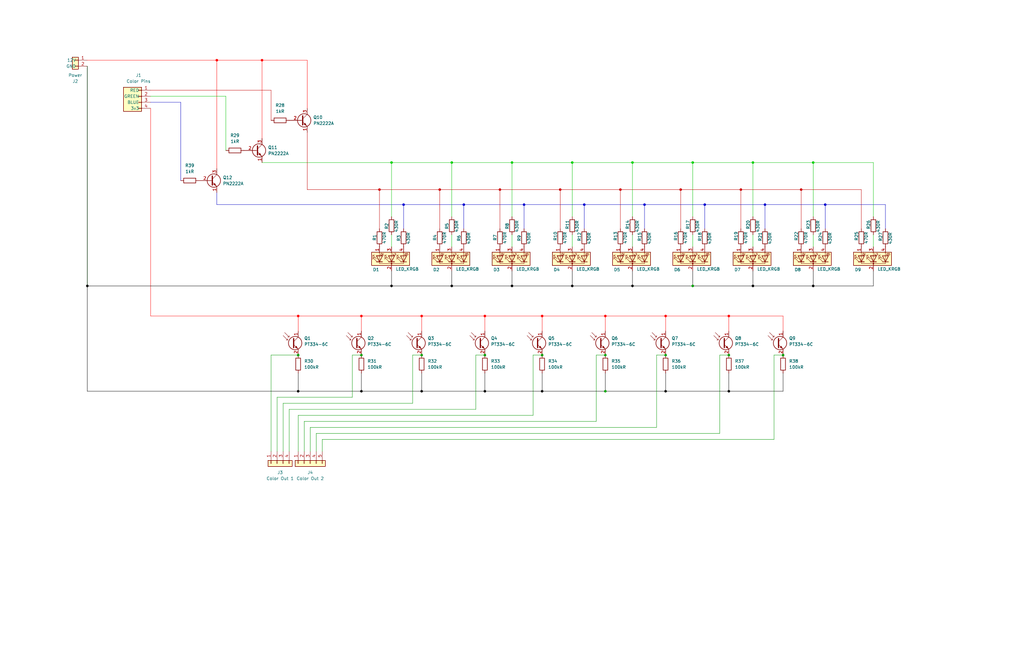
<source format=kicad_sch>
(kicad_sch (version 20231120) (generator "eeschema") (generator_version "8.0")
  (paper "B")
  (title_block (title "Rubik's Cube Color Sensor") (date "2024-03-12") (rev "A") (company "Designed by Charlie Lambert") (comment 1 "Color sensor board for Rubik's Cube Solving Machine"))
  (lib_symbols
    (symbol "Conn_01x04_1" (pin_names (offset 1.016))
      (property "Reference" "J1" (at 0 8.89 0))
      (property "Value" "Color Pins" (at 0 6.35 0))
      (symbol "Conn_01x04_1_1_1"
        (rectangle (start -1.27 -4.953) (end 0 -5.207) (stroke (width 0.1524)))
        (rectangle (start -1.27 -2.413) (end 0 -2.667) (stroke (width 0.1524)))
        (rectangle (start -1.27 0.127) (end 0 -0.127) (stroke (width 0.1524)))
        (rectangle (start -1.27 2.667) (end 0 2.413) (stroke (width 0.1524)))
        (rectangle (start -1.27 3.81) (end 6.35 -6.35) (stroke (width 0.254)) (fill (type background)))
        (pin passive line (at -5.08 2.54 0) (length 3.81) (name "RED") (number "1"))
        (pin passive line (at -5.08 0 0) (length 3.81) (name "GREEN") (number "2"))
        (pin passive line (at -5.08 -2.54 0) (length 3.81) (name "BLUE") (number "3"))
        (pin passive line (at -5.08 -5.08 0) (length 3.81) (name "3v3") (number "4"))
      )
    )
    (symbol "Connector_Generic:Conn_01x02" (pin_names (offset 1.016))
      (property "Reference" "J2" (at 0 -8.89 0))
      (property "Value" "Power" (at 0 -6.35 0))
      (symbol "Conn_01x02_1_1"
        (rectangle (start -1.27 -2.413) (end 0 -2.667) (stroke (width 0.1524)))
        (rectangle (start -1.27 0.127) (end 0 -0.127) (stroke (width 0.1524)))
        (rectangle (start -1.27 1.27) (end 1.27 -3.81) (stroke (width 0.254)) (fill (type background)))
        (pin passive line (at -5.08 0 0) (length 3.81) (name "12V") (number "1"))
        (pin passive line (at -5.08 -2.54 0) (length 3.81) (name "GND") (number "2"))
      )
    )
    (symbol "Connector_Generic:Conn_01x04" (pin_names (offset 1.016) hide)
      (property "Reference" "J" (at 0 5.08 0))
      (property "Value" "Conn_01x04" (at 0 -7.62 0))
      (symbol "Conn_01x04_1_1"
        (rectangle (start -1.27 -4.953) (end 0 -5.207) (stroke (width 0.1524)))
        (rectangle (start -1.27 -2.413) (end 0 -2.667) (stroke (width 0.1524)))
        (rectangle (start -1.27 0.127) (end 0 -0.127) (stroke (width 0.1524)))
        (rectangle (start -1.27 2.667) (end 0 2.413) (stroke (width 0.1524)))
        (rectangle (start -1.27 3.81) (end 1.27 -6.35) (stroke (width 0.254)) (fill (type background)))
        (pin passive line (at -5.08 2.54 0) (length 3.81) (name "Pin_1") (number "1"))
        (pin passive line (at -5.08 0 0) (length 3.81) (name "Pin_2") (number "2"))
        (pin passive line (at -5.08 -2.54 0) (length 3.81) (name "Pin_3") (number "3"))
        (pin passive line (at -5.08 -5.08 0) (length 3.81) (name "Pin_4") (number "4"))
      )
    )
    (symbol "Connector_Generic:Conn_01x05" (pin_names (offset 1.016) hide)
      (property "Reference" "J" (at 0 7.62 0))
      (property "Value" "Conn_01x05" (at 0 -7.62 0))
      (symbol "Conn_01x05_1_1"
        (rectangle (start -1.27 -4.953) (end 0 -5.207) (stroke (width 0.1524)))
        (rectangle (start -1.27 -2.413) (end 0 -2.667) (stroke (width 0.1524)))
        (rectangle (start -1.27 0.127) (end 0 -0.127) (stroke (width 0.1524)))
        (rectangle (start -1.27 2.667) (end 0 2.413) (stroke (width 0.1524)))
        (rectangle (start -1.27 5.207) (end 0 4.953) (stroke (width 0.1524)))
        (rectangle (start -1.27 6.35) (end 1.27 -6.35) (stroke (width 0.254)) (fill (type background)))
        (pin passive line (at -5.08 5.08 0) (length 3.81) (name "Pin_1") (number "1"))
        (pin passive line (at -5.08 2.54 0) (length 3.81) (name "Pin_2") (number "2"))
        (pin passive line (at -5.08 0 0) (length 3.81) (name "Pin_3") (number "3"))
        (pin passive line (at -5.08 -2.54 0) (length 3.81) (name "Pin_4") (number "4"))
        (pin passive line (at -5.08 -5.08 0) (length 3.81) (name "Pin_5") (number "5"))
      )
    )
    (symbol "Device:LED_KRGB" (pin_names (offset 0) hide)
      (property "Reference" "D1" (at -4.572 7.874 90))
      (property "Value" "LED_KRGB" (at -4.318 -1.778 90))
      (symbol "LED_KRGB_0_0"
        (text "B" (at 1.905 -6.35 0) (effects (font (size 1.27 1.27))))
        (text "G" (at 1.905 -1.27 0) (effects (font (size 1.27 1.27))))
        (text "R" (at 1.905 3.81 0) (effects (font (size 1.27 1.27))))
      )
      (symbol "LED_KRGB_0_1"
        (circle (center -2.032 0) (radius 0.254) (fill (type outline)))
        (polyline (pts (xy -1.27 -5.08) (xy 1.27 -5.08)))
        (polyline (pts (xy -1.27 -3.81) (xy -1.27 -6.35)) (stroke (width 0.254)))
        (polyline (pts (xy -1.27 0) (xy -2.54 0)))
        (polyline (pts (xy -1.27 1.27) (xy -1.27 -1.27)) (stroke (width 0.254)))
        (polyline (pts (xy -1.27 5.08) (xy 1.27 5.08)))
        (polyline (pts (xy -1.27 6.35) (xy -1.27 3.81)) (stroke (width 0.254)))
        (polyline (pts (xy 1.27 -5.08) (xy 2.54 -5.08)))
        (polyline (pts (xy 1.27 0) (xy -1.27 0)))
        (polyline (pts (xy 1.27 0) (xy 2.54 0)))
        (polyline (pts (xy 1.27 5.08) (xy 2.54 5.08)))
        (polyline (pts (xy -1.27 1.27) (xy -1.27 -1.27) (xy -1.27 -1.27)))
        (polyline (pts (xy -1.27 6.35) (xy -1.27 3.81) (xy -1.27 3.81)))
        (polyline (pts (xy -1.27 5.08) (xy -2.032 5.08) (xy -2.032 -5.08) (xy -1.016 -5.08)))
        (polyline (pts (xy 1.27 -3.81) (xy 1.27 -6.35) (xy -1.27 -5.08) (xy 1.27 -3.81)) (stroke (width 0.254)))
        (polyline (pts (xy 1.27 1.27) (xy 1.27 -1.27) (xy -1.27 0) (xy 1.27 1.27)) (stroke (width 0.254)))
        (polyline (pts (xy 1.27 6.35) (xy 1.27 3.81) (xy -1.27 5.08) (xy 1.27 6.35)) (stroke (width 0.254)))
        (polyline (pts (xy -1.016 -3.81) (xy 0.508 -2.286) (xy -0.254 -2.286) (xy 0.508 -2.286) (xy 0.508 -3.048)))
        (polyline (pts (xy -1.016 1.27) (xy 0.508 2.794) (xy -0.254 2.794) (xy 0.508 2.794) (xy 0.508 2.032)))
        (polyline (pts (xy -1.016 6.35) (xy 0.508 7.874) (xy -0.254 7.874) (xy 0.508 7.874) (xy 0.508 7.112)))
        (polyline (pts (xy 0 -3.81) (xy 1.524 -2.286) (xy 0.762 -2.286) (xy 1.524 -2.286) (xy 1.524 -3.048)))
        (polyline (pts (xy 0 1.27) (xy 1.524 2.794) (xy 0.762 2.794) (xy 1.524 2.794) (xy 1.524 2.032)))
        (polyline (pts (xy 0 6.35) (xy 1.524 7.874) (xy 0.762 7.874) (xy 1.524 7.874) (xy 1.524 7.112)))
        (rectangle (start 1.27 -1.27) (end 1.27 1.27))
        (rectangle (start 1.27 1.27) (end 1.27 1.27))
        (rectangle (start 1.27 3.81) (end 1.27 6.35))
        (rectangle (start 1.27 6.35) (end 1.27 6.35))
        (rectangle (start 2.794 8.382) (end -2.794 -7.62) (stroke (width 0.254)) (fill (type background)))
      )
      (symbol "LED_KRGB_1_1"
        (pin passive line (at 5.08 5.08 180) (length 2.54) (name "RA") (number "1"))
        (pin passive line (at -5.08 0 0) (length 2.54) (name "K") (number "2"))
        (pin passive line (at 5.08 0 180) (length 2.54) (name "GA") (number "3"))
        (pin passive line (at 5.08 -5.08 180) (length 2.54) (name "BA") (number "4"))
      )
    )
    (symbol "Device:R" (pin_numbers hide) (pin_names (offset 0))
      (property "Reference" "R" (at 2.032 0 90))
      (property "Value" "R" (at 0 0 90))
      (symbol "R_0_1"
        (rectangle (start -1.016 -2.54) (end 1.016 2.54) (stroke (width 0.254)))
      )
      (symbol "R_1_1"
        (pin passive line (at 0 3.81 270) (length 1.27) (name "~") (number "1"))
        (pin passive line (at 0 -3.81 90) (length 1.27) (name "~") (number "2"))
      )
    )
    (symbol "Sensor_Optical:SFH300" (pin_names (offset 0) hide)
      (property "Reference" "Q" (at 5.08 1.27 0))
      (property "Value" "SFH300" (at 5.08 -1.27 0))
      (symbol "SFH300_0_1"
        (polyline (pts (xy -1.905 1.27) (xy -2.54 1.27)))
        (polyline (pts (xy -1.27 2.54) (xy -1.905 2.54)))
        (polyline (pts (xy 0.635 0.635) (xy 2.54 2.54)))
        (polyline (pts (xy -3.81 3.175) (xy -1.905 1.27) (xy -1.905 1.905)))
        (polyline (pts (xy -3.175 4.445) (xy -1.27 2.54) (xy -1.27 3.175)))
        (polyline (pts (xy 0.635 -0.635) (xy 2.54 -2.54) (xy 2.54 -2.54)))
        (polyline (pts (xy 0.635 1.905) (xy 0.635 -1.905) (xy 0.635 -1.905)) (stroke (width 0.508)))
        (polyline (pts (xy 1.27 -1.778) (xy 1.778 -1.27) (xy 2.286 -2.286) (xy 1.27 -1.778) (xy 1.27 -1.778)) (fill (type outline)))
        (circle (center 1.27 0) (radius 2.8194) (stroke (width 0.254)))
      )
      (symbol "SFH300_1_1"
        (pin passive line (at 2.54 5.08 270) (length 2.54) (name "C") (number "1"))
        (pin passive line (at 2.54 -5.08 90) (length 2.54) (name "E") (number "2"))
      )
    )
    (symbol "Transistor_BJT:PN2222A" (pin_names (offset 0) hide)
      (property "Reference" "Q" (at 5.08 1.905 0))
      (property "Value" "PN2222A" (at 5.08 0 0))
      (symbol "PN2222A_0_1"
        (polyline (pts (xy 0 0) (xy 0.635 0)))
        (polyline (pts (xy 2.54 -2.54) (xy 0.635 -0.635)))
        (polyline (pts (xy 2.54 2.54) (xy 0.635 0.635)))
        (polyline (pts (xy 0.635 1.905) (xy 0.635 -1.905) (xy 0.635 -1.905)) (stroke (width 0.508)))
        (polyline (pts (xy 2.413 -2.413) (xy 1.905 -1.905) (xy 1.905 -1.905)))
        (polyline (pts (xy 1.143 -1.651) (xy 1.651 -1.143) (xy 2.159 -2.159) (xy 1.143 -1.651) (xy 1.143 -1.651)) (fill (type outline)))
        (circle (center 1.27 0) (radius 2.8194) (stroke (width 0.254)))
      )
      (symbol "PN2222A_1_1"
        (pin passive line (at 2.54 -5.08 90) (length 2.54) (name "E") (number "1"))
        (pin input line (at -5.08 0 0) (length 5.08) (name "B") (number "2"))
        (pin passive line (at 2.54 5.08 270) (length 2.54) (name "C") (number "3"))
      )
    )
  )
  (junction (at 204.47 165.1) (color 0 0 0 1))
  (junction (at 190.5 68.58) (color 0 194 0 1))
  (junction (at 337.82 80.01) (color 194 0 0 1))
  (junction (at 170.18 86.36) (color 0 0 194 1))
  (junction (at 215.9 68.58) (color 0 194 0 1))
  (junction (at 190.5 120.65) (color 0 0 0 1))
  (junction (at 307.34 133.35) (color 255 0 0 1))
  (junction (at 210.82 80.01) (color 194 0 0 1))
  (junction (at 177.8 149.86))
  (junction (at 342.9 120.65) (color 0 0 0 1))
  (junction (at 307.34 149.86))
  (junction (at 185.42 80.01) (color 194 0 0 1))
  (junction (at 236.22 80.01) (color 194 0 0 1))
  (junction (at 195.58 86.36) (color 0 0 194 1))
  (junction (at 261.62 80.01) (color 194 0 0 1))
  (junction (at 152.4 165.1) (color 0 0 0 1))
  (junction (at 220.98 86.36) (color 0 0 194 1))
  (junction (at 271.78 86.36) (color 0 0 194 1))
  (junction (at 287.02 80.01) (color 194 0 0 1))
  (junction (at 91.44 25.4) (color 255 0 0 1))
  (junction (at 347.98 86.36) (color 0 0 194 1))
  (junction (at 342.9 68.58) (color 0 194 0 1))
  (junction (at 246.38 86.36) (color 0 0 194 1))
  (junction (at 255.27 149.86))
  (junction (at 307.34 165.1) (color 0 0 0 1))
  (junction (at 280.67 133.35) (color 255 0 0 1))
  (junction (at 152.4 149.86))
  (junction (at 312.42 80.01) (color 194 0 0 1))
  (junction (at 292.1 68.58) (color 0 194 0 1))
  (junction (at 177.8 133.35) (color 255 0 0 1))
  (junction (at 165.1 68.58) (color 0 194 0 1))
  (junction (at 266.7 120.65) (color 0 0 0 1))
  (junction (at 317.5 120.65) (color 0 0 0 1))
  (junction (at 228.6 165.1) (color 0 0 0 1))
  (junction (at 255.27 165.1))
  (junction (at 322.58 86.36) (color 0 0 194 1))
  (junction (at 152.4 133.35) (color 255 0 0 1))
  (junction (at 36.83 120.65) (color 0 0 0 1))
  (junction (at 110.49 25.4) (color 255 0 0 1))
  (junction (at 317.5 68.58) (color 0 194 0 1))
  (junction (at 241.3 68.58) (color 0 194 0 1))
  (junction (at 292.1 120.65))
  (junction (at 266.7 68.58) (color 0 194 0 1))
  (junction (at 297.18 86.36) (color 0 0 194 1))
  (junction (at 204.47 133.35) (color 255 0 0 1))
  (junction (at 241.3 120.65) (color 0 0 0 1))
  (junction (at 160.02 80.01) (color 194 0 0 1))
  (junction (at 165.1 120.65) (color 0 0 0 1))
  (junction (at 177.8 165.1) (color 0 0 0 1))
  (junction (at 228.6 133.35) (color 255 0 0 1))
  (junction (at 228.6 149.86))
  (junction (at 280.67 165.1) (color 0 0 0 1))
  (junction (at 125.73 149.86))
  (junction (at 125.73 165.1) (color 0 0 0 1))
  (junction (at 125.73 133.35) (color 255 0 0 1))
  (junction (at 330.2 149.86))
  (junction (at 280.67 149.86))
  (junction (at 215.9 120.65) (color 0 0 0 1))
  (junction (at 204.47 149.86))
  (junction (at 255.27 133.35) (color 255 0 0 1))
  (wire (pts (xy 128.27 177.8) (xy 128.27 190.5)))
  (wire (pts (xy 224.79 149.86) (xy 224.79 175.26)))
  (wire (pts (xy 322.58 86.36) (xy 347.98 86.36)) (stroke (width 0) (color 0 0 194 1)))
  (wire (pts (xy 200.66 149.86) (xy 200.66 172.72)))
  (wire (pts (xy 330.2 133.35) (xy 330.2 139.7)) (stroke (width 0) (color 255 0 0 1)))
  (wire (pts (xy 246.38 86.36) (xy 271.78 86.36)) (stroke (width 0) (color 0 0 194 1)))
  (wire (pts (xy 165.1 68.58) (xy 190.5 68.58)) (stroke (width 0) (color 0 194 0 1)))
  (wire (pts (xy 110.49 68.58) (xy 165.1 68.58)) (stroke (width 0) (color 0 194 0 1)))
  (wire (pts (xy 160.02 96.52) (xy 160.02 80.01)) (stroke (width 0) (color 194 0 0 1)))
  (wire (pts (xy 215.9 120.65) (xy 241.3 120.65)) (stroke (width 0) (color 0 0 0 1)))
  (wire (pts (xy 251.46 149.86) (xy 251.46 177.8)))
  (wire (pts (xy 129.54 55.88) (xy 129.54 80.01)) (stroke (width 0) (color 194 0 0 1)))
  (wire (pts (xy 36.83 25.4) (xy 91.44 25.4)) (stroke (width 0) (color 255 0 0 1)))
  (wire (pts (xy 317.5 68.58) (xy 342.9 68.58)) (stroke (width 0) (color 0 194 0 1)))
  (wire (pts (xy 347.98 86.36) (xy 373.38 86.36)) (stroke (width 0) (color 0 0 194 1)))
  (wire (pts (xy 307.34 165.1) (xy 280.67 165.1)) (stroke (width 0) (color 0 0 0 1)))
  (wire (pts (xy 368.3 99.06) (xy 368.3 104.14)) (stroke (width 0) (color 0 194 0 1)))
  (wire (pts (xy 326.39 185.42) (xy 135.89 185.42)))
  (wire (pts (xy 241.3 91.44) (xy 241.3 68.58)) (stroke (width 0) (color 0 194 0 1)))
  (wire (pts (xy 110.49 25.4) (xy 129.54 25.4)) (stroke (width 0) (color 255 0 0 1)))
  (wire (pts (xy 228.6 165.1) (xy 204.47 165.1)) (stroke (width 0) (color 0 0 0 1)))
  (wire (pts (xy 307.34 157.48) (xy 307.34 165.1)) (stroke (width 0) (color 0 0 0 1)))
  (wire (pts (xy 228.6 149.86) (xy 224.79 149.86)))
  (wire (pts (xy 276.86 180.34) (xy 276.86 149.86)))
  (wire (pts (xy 148.59 167.64) (xy 116.84 167.64)))
  (wire (pts (xy 215.9 120.65) (xy 215.9 114.3)) (stroke (width 0) (color 0 0 0 1)))
  (wire (pts (xy 280.67 133.35) (xy 307.34 133.35)) (stroke (width 0) (color 255 0 0 1)))
  (wire (pts (xy 292.1 68.58) (xy 317.5 68.58)) (stroke (width 0) (color 0 194 0 1)))
  (wire (pts (xy 368.3 91.44) (xy 368.3 68.58)) (stroke (width 0) (color 0 194 0 1)))
  (wire (pts (xy 292.1 120.65) (xy 317.5 120.65)) (stroke (width 0) (color 0 0 0 1)))
  (wire (pts (xy 271.78 86.36) (xy 271.78 96.52)) (stroke (width 0) (color 0 0 194 1)))
  (wire (pts (xy 129.54 80.01) (xy 160.02 80.01)) (stroke (width 0) (color 194 0 0 1)))
  (wire (pts (xy 347.98 86.36) (xy 347.98 96.52)) (stroke (width 0) (color 0 0 194 1)))
  (wire (pts (xy 204.47 133.35) (xy 228.6 133.35)) (stroke (width 0) (color 255 0 0 1)))
  (wire (pts (xy 125.73 175.26) (xy 125.73 190.5)))
  (wire (pts (xy 261.62 96.52) (xy 261.62 80.01)) (stroke (width 0) (color 194 0 0 1)))
  (wire (pts (xy 152.4 165.1) (xy 125.73 165.1)) (stroke (width 0) (color 0 0 0 1)))
  (wire (pts (xy 110.49 25.4) (xy 110.49 58.42)) (stroke (width 0) (color 255 0 0 1)))
  (wire (pts (xy 63.5 133.35) (xy 125.73 133.35)) (stroke (width 0) (color 255 0 0 1)))
  (wire (pts (xy 255.27 157.48) (xy 255.27 165.1)) (stroke (width 0) (color 0 0 0 1)))
  (wire (pts (xy 63.5 40.64) (xy 95.25 40.64)) (stroke (width 0) (color 0 194 0 1)))
  (wire (pts (xy 266.7 120.65) (xy 292.1 120.65)) (stroke (width 0) (color 0 0 0 1)))
  (wire (pts (xy 36.83 120.65) (xy 36.83 27.94)))
  (wire (pts (xy 373.38 86.36) (xy 373.38 96.52)) (stroke (width 0) (color 0 0 194 1)))
  (wire (pts (xy 63.5 38.1) (xy 114.3 38.1)) (stroke (width 0) (color 194 0 0 1)))
  (wire (pts (xy 280.67 157.48) (xy 280.67 165.1)) (stroke (width 0) (color 0 0 0 1)))
  (wire (pts (xy 130.81 190.5) (xy 130.81 180.34)))
  (wire (pts (xy 129.54 25.4) (xy 129.54 45.72)) (stroke (width 0) (color 255 0 0 1)))
  (wire (pts (xy 297.18 86.36) (xy 297.18 96.52)) (stroke (width 0) (color 0 0 194 1)))
  (wire (pts (xy 125.73 165.1) (xy 36.83 165.1)) (stroke (width 0) (color 0 0 0 1)))
  (wire (pts (xy 125.73 157.48) (xy 125.73 165.1)) (stroke (width 0) (color 0 0 0 1)))
  (wire (pts (xy 241.3 120.65) (xy 266.7 120.65)) (stroke (width 0) (color 0 0 0 1)))
  (wire (pts (xy 266.7 99.06) (xy 266.7 104.14)))
  (wire (pts (xy 307.34 133.35) (xy 330.2 133.35)) (stroke (width 0) (color 255 0 0 1)))
  (wire (pts (xy 292.1 99.06) (xy 292.1 104.14)) (stroke (width 0) (color 0 194 0 1)))
  (wire (pts (xy 95.25 40.64) (xy 95.25 63.5)) (stroke (width 0) (color 0 194 0 1)))
  (wire (pts (xy 36.83 27.94) (xy 36.83 120.65)) (stroke (width 0) (color 0 0 0 1)))
  (wire (pts (xy 224.79 175.26) (xy 125.73 175.26)))
  (wire (pts (xy 228.6 157.48) (xy 228.6 165.1)) (stroke (width 0) (color 0 0 0 1)))
  (wire (pts (xy 91.44 81.28) (xy 91.44 86.36)) (stroke (width 0) (color 0 0 194 1)))
  (wire (pts (xy 177.8 149.86) (xy 173.99 149.86)))
  (wire (pts (xy 177.8 165.1) (xy 152.4 165.1)) (stroke (width 0) (color 0 0 0 1)))
  (wire (pts (xy 135.89 185.42) (xy 135.89 190.5)))
  (wire (pts (xy 337.82 96.52) (xy 337.82 80.01)) (stroke (width 0) (color 194 0 0 1)))
  (wire (pts (xy 255.27 133.35) (xy 280.67 133.35)) (stroke (width 0) (color 255 0 0 1)))
  (wire (pts (xy 152.4 133.35) (xy 152.4 139.7)) (stroke (width 0) (color 255 0 0 1)))
  (wire (pts (xy 190.5 91.44) (xy 190.5 68.58)) (stroke (width 0) (color 0 194 0 1)))
  (wire (pts (xy 204.47 149.86) (xy 200.66 149.86)))
  (wire (pts (xy 317.5 120.65) (xy 317.5 114.3)) (stroke (width 0) (color 0 0 0 1)))
  (wire (pts (xy 255.27 133.35) (xy 255.27 139.7)) (stroke (width 0) (color 255 0 0 1)))
  (wire (pts (xy 133.35 182.88) (xy 303.53 182.88)))
  (wire (pts (xy 119.38 170.18) (xy 119.38 190.5)))
  (wire (pts (xy 190.5 120.65) (xy 215.9 120.65)) (stroke (width 0) (color 0 0 0 1)))
  (wire (pts (xy 170.18 86.36) (xy 195.58 86.36)) (stroke (width 0) (color 0 0 194 1)))
  (wire (pts (xy 215.9 99.06) (xy 215.9 104.14)) (stroke (width 0) (color 0 194 0 1)))
  (wire (pts (xy 287.02 96.52) (xy 287.02 80.01)) (stroke (width 0) (color 194 0 0 1)))
  (wire (pts (xy 63.5 43.18) (xy 76.2 43.18)) (stroke (width 0) (color 0 0 194 1)))
  (wire (pts (xy 220.98 86.36) (xy 220.98 96.52)) (stroke (width 0) (color 0 0 194 1)))
  (wire (pts (xy 266.7 91.44) (xy 266.7 68.58)) (stroke (width 0) (color 0 194 0 1)))
  (wire (pts (xy 342.9 120.65) (xy 368.3 120.65)) (stroke (width 0) (color 0 0 0 1)))
  (wire (pts (xy 160.02 80.01) (xy 185.42 80.01)) (stroke (width 0) (color 194 0 0 1)))
  (wire (pts (xy 125.73 133.35) (xy 152.4 133.35)) (stroke (width 0) (color 255 0 0 1)))
  (wire (pts (xy 165.1 120.65) (xy 190.5 120.65)) (stroke (width 0) (color 0 0 0 1)))
  (wire (pts (xy 173.99 170.18) (xy 119.38 170.18)))
  (wire (pts (xy 297.18 86.36) (xy 322.58 86.36)) (stroke (width 0) (color 0 0 194 1)))
  (wire (pts (xy 121.92 172.72) (xy 121.92 190.5)))
  (wire (pts (xy 241.3 120.65) (xy 241.3 114.3)) (stroke (width 0) (color 0 0 0 1)))
  (wire (pts (xy 173.99 149.86) (xy 173.99 170.18)))
  (wire (pts (xy 330.2 165.1) (xy 307.34 165.1)) (stroke (width 0) (color 0 0 0 1)))
  (wire (pts (xy 251.46 177.8) (xy 128.27 177.8)))
  (wire (pts (xy 307.34 149.86) (xy 303.53 149.86)))
  (wire (pts (xy 276.86 149.86) (xy 280.67 149.86)))
  (wire (pts (xy 114.3 38.1) (xy 114.3 50.8)) (stroke (width 0) (color 194 0 0 1)))
  (wire (pts (xy 342.9 68.58) (xy 368.3 68.58)) (stroke (width 0) (color 0 194 0 1)))
  (wire (pts (xy 152.4 157.48) (xy 152.4 165.1)) (stroke (width 0) (color 0 0 0 1)))
  (wire (pts (xy 292.1 120.65) (xy 292.1 114.3)) (stroke (width 0) (color 0 0 0 1)))
  (wire (pts (xy 116.84 167.64) (xy 116.84 190.5)))
  (wire (pts (xy 220.98 86.36) (xy 246.38 86.36)) (stroke (width 0) (color 0 0 194 1)))
  (wire (pts (xy 287.02 80.01) (xy 312.42 80.01)) (stroke (width 0) (color 194 0 0 1)))
  (wire (pts (xy 91.44 25.4) (xy 110.49 25.4)) (stroke (width 0) (color 255 0 0 1)))
  (wire (pts (xy 210.82 96.52) (xy 210.82 80.01)) (stroke (width 0) (color 194 0 0 1)))
  (wire (pts (xy 36.83 165.1) (xy 36.83 120.65)) (stroke (width 0) (color 0 0 0 1)))
  (wire (pts (xy 337.82 80.01) (xy 363.22 80.01)) (stroke (width 0) (color 194 0 0 1)))
  (wire (pts (xy 261.62 80.01) (xy 287.02 80.01)) (stroke (width 0) (color 194 0 0 1)))
  (wire (pts (xy 271.78 86.36) (xy 297.18 86.36)) (stroke (width 0) (color 0 0 194 1)))
  (wire (pts (xy 280.67 133.35) (xy 280.67 139.7)) (stroke (width 0) (color 255 0 0 1)))
  (wire (pts (xy 63.5 45.72) (xy 63.5 133.35)) (stroke (width 0) (color 255 0 0 1)))
  (wire (pts (xy 215.9 68.58) (xy 241.3 68.58)) (stroke (width 0) (color 0 194 0 1)))
  (wire (pts (xy 228.6 133.35) (xy 228.6 139.7)) (stroke (width 0) (color 255 0 0 1)))
  (wire (pts (xy 148.59 149.86) (xy 148.59 167.64)))
  (wire (pts (xy 152.4 133.35) (xy 177.8 133.35)) (stroke (width 0) (color 255 0 0 1)))
  (wire (pts (xy 236.22 80.01) (xy 261.62 80.01)) (stroke (width 0) (color 194 0 0 1)))
  (wire (pts (xy 317.5 99.06) (xy 317.5 104.14)) (stroke (width 0) (color 0 194 0 1)))
  (wire (pts (xy 292.1 91.44) (xy 292.1 68.58)) (stroke (width 0) (color 0 194 0 1)))
  (wire (pts (xy 317.5 91.44) (xy 317.5 68.58)) (stroke (width 0) (color 0 194 0 1)))
  (wire (pts (xy 215.9 91.44) (xy 215.9 68.58)) (stroke (width 0) (color 0 194 0 1)))
  (wire (pts (xy 342.9 91.44) (xy 342.9 68.58)) (stroke (width 0) (color 0 194 0 1)))
  (wire (pts (xy 204.47 165.1) (xy 177.8 165.1)) (stroke (width 0) (color 0 0 0 1)))
  (wire (pts (xy 330.2 149.86) (xy 326.39 149.86)))
  (wire (pts (xy 307.34 133.35) (xy 307.34 139.7)) (stroke (width 0) (color 255 0 0 1)))
  (wire (pts (xy 165.1 120.65) (xy 165.1 114.3)) (stroke (width 0) (color 0 0 0 1)))
  (wire (pts (xy 152.4 149.86) (xy 148.59 149.86)))
  (wire (pts (xy 312.42 96.52) (xy 312.42 80.01)) (stroke (width 0) (color 194 0 0 1)))
  (wire (pts (xy 330.2 157.48) (xy 330.2 165.1)) (stroke (width 0) (color 0 0 0 1)))
  (wire (pts (xy 177.8 133.35) (xy 204.47 133.35)) (stroke (width 0) (color 255 0 0 1)))
  (wire (pts (xy 255.27 165.1) (xy 228.6 165.1)) (stroke (width 0) (color 0 0 0 1)))
  (wire (pts (xy 195.58 86.36) (xy 220.98 86.36)) (stroke (width 0) (color 0 0 194 1)))
  (wire (pts (xy 317.5 120.65) (xy 342.9 120.65)) (stroke (width 0) (color 0 0 0 1)))
  (wire (pts (xy 125.73 149.86) (xy 114.3 149.86)))
  (wire (pts (xy 266.7 120.65) (xy 266.7 114.3)) (stroke (width 0) (color 0 0 0 1)))
  (wire (pts (xy 177.8 157.48) (xy 177.8 165.1)) (stroke (width 0) (color 0 0 0 1)))
  (wire (pts (xy 114.3 149.86) (xy 114.3 190.5)))
  (wire (pts (xy 177.8 133.35) (xy 177.8 139.7)) (stroke (width 0) (color 255 0 0 1)))
  (wire (pts (xy 241.3 68.58) (xy 266.7 68.58)) (stroke (width 0) (color 0 194 0 1)))
  (wire (pts (xy 190.5 120.65) (xy 190.5 114.3)) (stroke (width 0) (color 0 0 0 1)))
  (wire (pts (xy 228.6 133.35) (xy 255.27 133.35)) (stroke (width 0) (color 255 0 0 1)))
  (wire (pts (xy 190.5 68.58) (xy 215.9 68.58)) (stroke (width 0) (color 0 194 0 1)))
  (wire (pts (xy 125.73 133.35) (xy 125.73 139.7)) (stroke (width 0) (color 255 0 0 1)))
  (wire (pts (xy 170.18 86.36) (xy 170.18 96.52)) (stroke (width 0) (color 0 0 194 1)))
  (wire (pts (xy 185.42 96.52) (xy 185.42 80.01)) (stroke (width 0) (color 194 0 0 1)))
  (wire (pts (xy 326.39 149.86) (xy 326.39 185.42)))
  (wire (pts (xy 165.1 99.06) (xy 165.1 104.14)) (stroke (width 0) (color 0 194 0 1)))
  (wire (pts (xy 204.47 157.48) (xy 204.47 165.1)) (stroke (width 0) (color 0 0 0 1)))
  (wire (pts (xy 185.42 80.01) (xy 210.82 80.01)) (stroke (width 0) (color 194 0 0 1)))
  (wire (pts (xy 91.44 25.4) (xy 91.44 71.12)) (stroke (width 0) (color 255 0 0 1)))
  (wire (pts (xy 236.22 96.52) (xy 236.22 80.01)) (stroke (width 0) (color 194 0 0 1)))
  (wire (pts (xy 91.44 86.36) (xy 170.18 86.36)) (stroke (width 0) (color 0 0 194 1)))
  (wire (pts (xy 312.42 80.01) (xy 337.82 80.01)) (stroke (width 0) (color 194 0 0 1)))
  (wire (pts (xy 246.38 86.36) (xy 246.38 96.52)) (stroke (width 0) (color 0 0 194 1)))
  (wire (pts (xy 241.3 99.06) (xy 241.3 104.14)) (stroke (width 0) (color 0 194 0 1)))
  (wire (pts (xy 255.27 149.86) (xy 251.46 149.86)))
  (wire (pts (xy 266.7 68.58) (xy 292.1 68.58)) (stroke (width 0) (color 0 194 0 1)))
  (wire (pts (xy 200.66 172.72) (xy 121.92 172.72)))
  (wire (pts (xy 190.5 99.06) (xy 190.5 104.14)) (stroke (width 0) (color 0 194 0 1)))
  (wire (pts (xy 36.83 120.65) (xy 165.1 120.65)) (stroke (width 0) (color 0 0 0 1)))
  (wire (pts (xy 133.35 182.88) (xy 133.35 190.5)))
  (wire (pts (xy 165.1 68.58) (xy 165.1 91.44)) (stroke (width 0) (color 0 194 0 1)))
  (wire (pts (xy 130.81 180.34) (xy 276.86 180.34)))
  (wire (pts (xy 195.58 86.36) (xy 195.58 96.52)) (stroke (width 0) (color 0 0 194 1)))
  (wire (pts (xy 280.67 165.1) (xy 255.27 165.1)) (stroke (width 0) (color 0 0 0 1)))
  (wire (pts (xy 342.9 120.65) (xy 342.9 114.3)) (stroke (width 0) (color 0 0 0 1)))
  (wire (pts (xy 76.2 43.18) (xy 76.2 76.2)) (stroke (width 0) (color 0 0 194 1)))
  (wire (pts (xy 322.58 86.36) (xy 322.58 96.52)) (stroke (width 0) (color 0 0 194 1)))
  (wire (pts (xy 204.47 133.35) (xy 204.47 139.7)) (stroke (width 0) (color 255 0 0 1)))
  (wire (pts (xy 303.53 149.86) (xy 303.53 182.88)))
  (wire (pts (xy 210.82 80.01) (xy 236.22 80.01)) (stroke (width 0) (color 194 0 0 1)))
  (wire (pts (xy 342.9 99.06) (xy 342.9 104.14)) (stroke (width 0) (color 0 194 0 1)))
  (wire (pts (xy 368.3 120.65) (xy 368.3 114.3)) (stroke (width 0) (color 0 0 0 1)))
  (wire (pts (xy 363.22 96.52) (xy 363.22 80.01)) (stroke (width 0) (color 194 0 0 1)))
  (symbol (lib_id "Device:R") (at 125.73 153.67 180) (unit 1)
    (property "Reference" "R30" (at 128.27 152.3999 0) (effects (justify right)))
    (property "Value" "100kR" (at 128.27 154.9399 0) (effects (justify right)))
    (property "Footprint" "Resistor_SMD:R_0805_2012Metric" (effects (hide yes)))
    (property "Description" "Resistor" (effects (hide yes)))
  )
  (symbol (lib_id "Device:R") (at 271.78 100.33 0) (unit 1)
    (property "Reference" "R15" (at 269.748 101.854 90) (effects (justify left)))
    (property "Value" "430R" (at 273.812 103.124 90) (effects (justify left)))
    (property "Footprint" "Resistor_SMD:R_0805_2012Metric" (effects (hide yes)))
    (property "Description" "Resistor" (effects (hide yes)))
  )
  (symbol (lib_id "Device:R") (at 118.11 50.8 90) (unit 1)
    (property "Reference" "R28" (at 118.11 44.45 90))
    (property "Value" "1kR" (at 118.11 46.99 90))
    (property "Footprint" "Resistor_SMD:R_0805_2012Metric" (effects (hide yes)))
    (property "Description" "Resistor" (effects (hide yes)))
  )
  (symbol (lib_id "Sensor_Optical:SFH300") (at 123.19 144.78 0) (unit 1)
    (property "Reference" "Q1" (at 128.27 142.7606 0) (effects (justify left)))
    (property "Value" "PT334-6C" (at 128.27 145.3006 0) (effects (justify left)))
    (property "Footprint" "LED_THT:LED_D5.0mm_Clear" (effects (hide yes)))
    (property "Datasheet" "http://www.osram-os.com/Graphics/XPic2/00101785_0.pdf" (effects (hide yes)))
    (property "Description" "silicon NPN phototransistor" (effects (hide yes)))
  )
  (symbol (lib_id "Device:LED_KRGB") (at 266.7 109.22 90) (unit 1)
    (property "Reference" "D5" (at 258.826 113.792 90) (effects (justify right)))
    (property "Value" "LED_KRGB" (at 268.478 113.538 90) (effects (justify right)))
    (property "Footprint" "LED_THT:LED_D5.0mm-RKGB" (effects (hide yes)))
    (property "Description" "RGB LED, cathode/red/green/blue" (effects (hide yes)))
  )
  (symbol (lib_id "Sensor_Optical:SFH300") (at 149.86 144.78 0) (unit 1)
    (property "Reference" "Q2" (at 154.94 142.7606 0) (effects (justify left)))
    (property "Value" "PT334-6C" (at 154.94 145.3006 0) (effects (justify left)))
    (property "Footprint" "LED_THT:LED_D5.0mm_Clear" (effects (hide yes)))
    (property "Datasheet" "http://www.osram-os.com/Graphics/XPic2/00101785_0.pdf" (effects (hide yes)))
    (property "Description" "silicon NPN phototransistor" (effects (hide yes)))
  )
  (symbol (lib_id "Device:R") (at 99.06 63.5 90) (unit 1)
    (property "Reference" "R29" (at 99.06 57.15 90))
    (property "Value" "1kR" (at 99.06 59.69 90))
    (property "Footprint" "Resistor_SMD:R_0805_2012Metric" (effects (hide yes)))
    (property "Description" "Resistor" (effects (hide yes)))
  )
  (symbol (lib_id "Device:R") (at 195.58 100.33 0) (unit 1)
    (property "Reference" "R6" (at 193.548 101.854 90) (effects (justify left)))
    (property "Value" "430R" (at 197.612 103.124 90) (effects (justify left)))
    (property "Footprint" "Resistor_SMD:R_0805_2012Metric" (effects (hide yes)))
    (property "Description" "Resistor" (effects (hide yes)))
  )
  (symbol (lib_id "Device:LED_KRGB") (at 241.3 109.22 90) (unit 1)
    (property "Reference" "D4" (at 233.426 113.792 90) (effects (justify right)))
    (property "Value" "LED_KRGB" (at 243.078 113.538 90) (effects (justify right)))
    (property "Footprint" "LED_THT:LED_D5.0mm-RKGB" (effects (hide yes)))
    (property "Description" "RGB LED, cathode/red/green/blue" (effects (hide yes)))
  )
  (symbol (lib_id "Device:R") (at 220.98 100.33 0) (unit 1)
    (property "Reference" "R9" (at 218.948 101.854 90) (effects (justify left)))
    (property "Value" "430R" (at 223.012 103.124 90) (effects (justify left)))
    (property "Footprint" "Resistor_SMD:R_0805_2012Metric" (effects (hide yes)))
    (property "Description" "Resistor" (effects (hide yes)))
  )
  (symbol (lib_id "Connector_Generic:Conn_01x04") (at 116.84 195.58 90) (mirror x) (unit 1)
    (property "Reference" "J3" (at 118.11 199.39 90))
    (property "Value" "Color Out 1" (at 118.11 201.93 90))
    (property "Footprint" "Connector_JST:JST_XH_B4B-XH-A_1x04_P2.50mm_Vertical" (effects (hide yes)))
    (property "Description" "Generic connector, single row, 01x04, script generated (kicad-library-utils/schlib/autogen/connector/)" (effects (hide yes)))
  )
  (symbol (lib_id "Device:R") (at 210.82 100.33 0) (unit 1)
    (property "Reference" "R7" (at 208.788 101.6 90) (effects (justify left)))
    (property "Value" "470R" (at 212.852 102.87 90) (effects (justify left)))
    (property "Footprint" "Resistor_SMD:R_0805_2012Metric" (effects (hide yes)))
    (property "Description" "Resistor" (effects (hide yes)))
  )
  (symbol (lib_id "Device:R") (at 322.58 100.33 0) (unit 1)
    (property "Reference" "R21" (at 320.548 101.854 90) (effects (justify left)))
    (property "Value" "430R" (at 324.612 103.124 90) (effects (justify left)))
    (property "Footprint" "Resistor_SMD:R_0805_2012Metric" (effects (hide yes)))
    (property "Description" "Resistor" (effects (hide yes)))
  )
  (symbol (lib_id "Device:R") (at 165.1 95.25 0) (unit 1)
    (property "Reference" "R2" (at 163.068 96.774 90) (effects (justify left)))
    (property "Value" "430R" (at 167.132 98.044 90) (effects (justify left)))
    (property "Footprint" "Resistor_SMD:R_0805_2012Metric" (effects (hide yes)))
    (property "Description" "Resistor" (effects (hide yes)))
  )
  (symbol (lib_id "Device:R") (at 373.38 100.33 0) (unit 1)
    (property "Reference" "R27" (at 371.348 101.854 90) (effects (justify left)))
    (property "Value" "430R" (at 375.412 103.124 90) (effects (justify left)))
    (property "Footprint" "Resistor_SMD:R_0805_2012Metric" (effects (hide yes)))
    (property "Description" "Resistor" (effects (hide yes)))
  )
  (symbol (lib_id "Device:R") (at 317.5 95.25 0) (unit 1)
    (property "Reference" "R20" (at 315.468 96.774 90) (effects (justify left)))
    (property "Value" "430R" (at 319.532 98.044 90) (effects (justify left)))
    (property "Footprint" "Resistor_SMD:R_0805_2012Metric" (effects (hide yes)))
    (property "Description" "Resistor" (effects (hide yes)))
  )
  (symbol (lib_id "Device:R") (at 185.42 100.33 0) (unit 1)
    (property "Reference" "R4" (at 183.388 101.6 90) (effects (justify left)))
    (property "Value" "470R" (at 187.452 102.87 90) (effects (justify left)))
    (property "Footprint" "Resistor_SMD:R_0805_2012Metric" (effects (hide yes)))
    (property "Description" "Resistor" (effects (hide yes)))
  )
  (symbol (lib_id "Sensor_Optical:SFH300") (at 252.73 144.78 0) (unit 1)
    (property "Reference" "Q6" (at 257.81 142.7606 0) (effects (justify left)))
    (property "Value" "PT334-6C" (at 257.81 145.3006 0) (effects (justify left)))
    (property "Footprint" "LED_THT:LED_D5.0mm_Clear" (effects (hide yes)))
    (property "Datasheet" "http://www.osram-os.com/Graphics/XPic2/00101785_0.pdf" (effects (hide yes)))
    (property "Description" "silicon NPN phototransistor" (effects (hide yes)))
  )
  (symbol (lib_id "Device:R") (at 177.8 153.67 180) (unit 1)
    (property "Reference" "R32" (at 180.34 152.3999 0) (effects (justify right)))
    (property "Value" "100kR" (at 180.34 154.9399 0) (effects (justify right)))
    (property "Footprint" "Resistor_SMD:R_0805_2012Metric" (effects (hide yes)))
    (property "Description" "Resistor" (effects (hide yes)))
  )
  (symbol (lib_id "Device:R") (at 292.1 95.25 0) (unit 1)
    (property "Reference" "R17" (at 290.068 96.774 90) (effects (justify left)))
    (property "Value" "430R" (at 294.132 98.044 90) (effects (justify left)))
    (property "Footprint" "Resistor_SMD:R_0805_2012Metric" (effects (hide yes)))
    (property "Description" "Resistor" (effects (hide yes)))
  )
  (symbol (lib_id "Device:R") (at 266.7 95.25 0) (unit 1)
    (property "Reference" "R14" (at 264.668 96.774 90) (effects (justify left)))
    (property "Value" "430R" (at 268.732 98.044 90) (effects (justify left)))
    (property "Footprint" "Resistor_SMD:R_0805_2012Metric" (effects (hide yes)))
    (property "Description" "Resistor" (effects (hide yes)))
  )
  (symbol (lib_id "Device:LED_KRGB") (at 368.3 109.22 90) (unit 1)
    (property "Reference" "D9" (at 360.426 113.792 90) (effects (justify right)))
    (property "Value" "LED_KRGB" (at 370.078 113.538 90) (effects (justify right)))
    (property "Footprint" "LED_THT:LED_D5.0mm-RKGB" (effects (hide yes)))
    (property "Description" "RGB LED, cathode/red/green/blue" (effects (hide yes)))
  )
  (symbol (lib_id "Connector_Generic:Conn_01x05") (at 130.81 195.58 90) (mirror x) (unit 1)
    (property "Reference" "J4" (at 130.81 199.39 90))
    (property "Value" "Color Out 2" (at 130.81 201.93 90))
    (property "Footprint" "Connector_JST:JST_XH_B5B-XH-A_1x05_P2.50mm_Vertical" (effects (hide yes)))
    (property "Description" "Generic connector, single row, 01x05, script generated (kicad-library-utils/schlib/autogen/connector/)" (effects (hide yes)))
  )
  (symbol (lib_id "Device:R") (at 160.02 100.33 0) (unit 1)
    (property "Reference" "R1" (at 157.988 101.6 90) (effects (justify left)))
    (property "Value" "470R" (at 162.052 102.87 90) (effects (justify left)))
    (property "Footprint" "Resistor_SMD:R_0805_2012Metric" (effects (hide yes)))
    (property "Description" "Resistor" (effects (hide yes)))
  )
  (symbol (lib_id "Sensor_Optical:SFH300") (at 304.8 144.78 0) (unit 1)
    (property "Reference" "Q8" (at 309.88 142.7606 0) (effects (justify left)))
    (property "Value" "PT334-6C" (at 309.88 145.3006 0) (effects (justify left)))
    (property "Footprint" "LED_THT:LED_D5.0mm_Clear" (effects (hide yes)))
    (property "Datasheet" "http://www.osram-os.com/Graphics/XPic2/00101785_0.pdf" (effects (hide yes)))
    (property "Description" "silicon NPN phototransistor" (effects (hide yes)))
  )
  (symbol (lib_id "Device:R") (at 246.38 100.33 0) (unit 1)
    (property "Reference" "R12" (at 244.348 101.854 90) (effects (justify left)))
    (property "Value" "430R" (at 248.412 103.124 90) (effects (justify left)))
    (property "Footprint" "Resistor_SMD:R_0805_2012Metric" (effects (hide yes)))
    (property "Description" "Resistor" (effects (hide yes)))
  )
  (symbol (lib_id "Device:LED_KRGB") (at 317.5 109.22 90) (unit 1)
    (property "Reference" "D7" (at 309.626 113.792 90) (effects (justify right)))
    (property "Value" "LED_KRGB" (at 319.278 113.538 90) (effects (justify right)))
    (property "Footprint" "LED_THT:LED_D5.0mm-RKGB" (effects (hide yes)))
    (property "Description" "RGB LED, cathode/red/green/blue" (effects (hide yes)))
  )
  (symbol (lib_id "Device:R") (at 228.6 153.67 180) (unit 1)
    (property "Reference" "R34" (at 231.14 152.3999 0) (effects (justify right)))
    (property "Value" "100kR" (at 231.14 154.9399 0) (effects (justify right)))
    (property "Footprint" "Resistor_SMD:R_0805_2012Metric" (effects (hide yes)))
    (property "Description" "Resistor" (effects (hide yes)))
  )
  (symbol (lib_id "Device:R") (at 255.27 153.67 180) (unit 1)
    (property "Reference" "R35" (at 257.81 152.3999 0) (effects (justify right)))
    (property "Value" "100kR" (at 257.81 154.9399 0) (effects (justify right)))
    (property "Footprint" "Resistor_SMD:R_0805_2012Metric" (effects (hide yes)))
    (property "Description" "Resistor" (effects (hide yes)))
  )
  (symbol (lib_id "Sensor_Optical:SFH300") (at 226.06 144.78 0) (unit 1)
    (property "Reference" "Q5" (at 231.14 142.7606 0) (effects (justify left)))
    (property "Value" "PT334-6C" (at 231.14 145.3006 0) (effects (justify left)))
    (property "Footprint" "LED_THT:LED_D5.0mm_Clear" (effects (hide yes)))
    (property "Datasheet" "http://www.osram-os.com/Graphics/XPic2/00101785_0.pdf" (effects (hide yes)))
    (property "Description" "silicon NPN phototransistor" (effects (hide yes)))
  )
  (symbol (lib_id "Transistor_BJT:PN2222A") (at 127 50.8 0) (unit 1)
    (property "Reference" "Q10" (at 132.08 49.5299 0) (effects (justify left)))
    (property "Value" "PN2222A" (at 132.08 52.0699 0) (effects (justify left)))
    (property "Footprint" "Package_TO_SOT_THT:TO-92_Inline" (effects (hide yes)))
    (property "Datasheet" "https://www.onsemi.com/pub/Collateral/PN2222-D.PDF" (effects (hide yes)))
    (property "Description" "1A Ic, 40V Vce, NPN Transistor, General Purpose Transistor, TO-92" (effects (hide yes)))
  )
  (symbol (lib_id "Transistor_BJT:PN2222A") (at 88.9 76.2 0) (unit 1)
    (property "Reference" "Q12" (at 93.98 74.9299 0) (effects (justify left)))
    (property "Value" "PN2222A" (at 93.98 77.4699 0) (effects (justify left)))
    (property "Footprint" "Package_TO_SOT_THT:TO-92_Inline" (effects (hide yes)))
    (property "Datasheet" "https://www.onsemi.com/pub/Collateral/PN2222-D.PDF" (effects (hide yes)))
    (property "Description" "1A Ic, 40V Vce, NPN Transistor, General Purpose Transistor, TO-92" (effects (hide yes)))
  )
  (symbol (lib_id "Sensor_Optical:SFH300") (at 327.66 144.78 0) (unit 1)
    (property "Reference" "Q9" (at 332.74 142.7606 0) (effects (justify left)))
    (property "Value" "PT334-6C" (at 332.74 145.3006 0) (effects (justify left)))
    (property "Footprint" "LED_THT:LED_D5.0mm_Clear" (effects (hide yes)))
    (property "Datasheet" "http://www.osram-os.com/Graphics/XPic2/00101785_0.pdf" (effects (hide yes)))
    (property "Description" "silicon NPN phototransistor" (effects (hide yes)))
  )
  (symbol (lib_id "Device:R") (at 170.18 100.33 0) (unit 1)
    (property "Reference" "R3" (at 168.148 101.854 90) (effects (justify left)))
    (property "Value" "430R" (at 172.212 103.124 90) (effects (justify left)))
    (property "Footprint" "Resistor_SMD:R_0805_2012Metric" (effects (hide yes)))
    (property "Description" "Resistor" (effects (hide yes)))
  )
  (symbol (lib_id "Device:R") (at 261.62 100.33 0) (unit 1)
    (property "Reference" "R13" (at 259.588 101.6 90) (effects (justify left)))
    (property "Value" "470R" (at 263.652 102.87 90) (effects (justify left)))
    (property "Footprint" "Resistor_SMD:R_0805_2012Metric" (effects (hide yes)))
    (property "Description" "Resistor" (effects (hide yes)))
  )
  (symbol (lib_id "Device:LED_KRGB") (at 342.9 109.22 90) (unit 1)
    (property "Reference" "D8" (at 335.026 113.792 90) (effects (justify right)))
    (property "Value" "LED_KRGB" (at 344.678 113.538 90) (effects (justify right)))
    (property "Footprint" "LED_THT:LED_D5.0mm-RKGB" (effects (hide yes)))
    (property "Description" "RGB LED, cathode/red/green/blue" (effects (hide yes)))
  )
  (symbol (lib_id "Sensor_Optical:SFH300") (at 175.26 144.78 0) (unit 1)
    (property "Reference" "Q3" (at 180.34 142.7606 0) (effects (justify left)))
    (property "Value" "PT334-6C" (at 180.34 145.3006 0) (effects (justify left)))
    (property "Footprint" "LED_THT:LED_D5.0mm_Clear" (effects (hide yes)))
    (property "Datasheet" "http://www.osram-os.com/Graphics/XPic2/00101785_0.pdf" (effects (hide yes)))
    (property "Description" "silicon NPN phototransistor" (effects (hide yes)))
  )
  (symbol (lib_id "Device:R") (at 190.5 95.25 0) (unit 1)
    (property "Reference" "R5" (at 188.468 96.774 90) (effects (justify left)))
    (property "Value" "430R" (at 192.532 98.044 90) (effects (justify left)))
    (property "Footprint" "Resistor_SMD:R_0805_2012Metric" (effects (hide yes)))
    (property "Description" "Resistor" (effects (hide yes)))
  )
  (symbol (lib_id "Device:R") (at 307.34 153.67 180) (unit 1)
    (property "Reference" "R37" (at 309.88 152.3999 0) (effects (justify right)))
    (property "Value" "100kR" (at 309.88 154.9399 0) (effects (justify right)))
    (property "Footprint" "Resistor_SMD:R_0805_2012Metric" (effects (hide yes)))
    (property "Description" "Resistor" (effects (hide yes)))
  )
  (symbol (lib_id "Device:R") (at 368.3 95.25 0) (unit 1)
    (property "Reference" "R26" (at 366.268 96.774 90) (effects (justify left)))
    (property "Value" "430R" (at 370.332 98.044 90) (effects (justify left)))
    (property "Footprint" "Resistor_SMD:R_0805_2012Metric" (effects (hide yes)))
    (property "Description" "Resistor" (effects (hide yes)))
  )
  (symbol (lib_id "Device:LED_KRGB") (at 190.5 109.22 90) (unit 1)
    (property "Reference" "D2" (at 182.626 113.792 90) (effects (justify right)))
    (property "Value" "LED_KRGB" (at 192.278 113.538 90) (effects (justify right)))
    (property "Footprint" "LED_THT:LED_D5.0mm-RKGB" (effects (hide yes)))
    (property "Description" "RGB LED, cathode/red/green/blue" (effects (hide yes)))
  )
  (symbol (lib_id "Device:R") (at 80.01 76.2 90) (unit 1)
    (property "Reference" "R39" (at 80.01 69.85 90))
    (property "Value" "1kR" (at 80.01 72.39 90))
    (property "Footprint" "Resistor_SMD:R_0805_2012Metric" (effects (hide yes)))
    (property "Description" "Resistor" (effects (hide yes)))
  )
  (symbol (lib_id "Device:LED_KRGB") (at 215.9 109.22 90) (unit 1)
    (property "Reference" "D3" (at 208.026 113.792 90) (effects (justify right)))
    (property "Value" "LED_KRGB" (at 217.678 113.538 90) (effects (justify right)))
    (property "Footprint" "LED_THT:LED_D5.0mm-RKGB" (effects (hide yes)))
    (property "Description" "RGB LED, cathode/red/green/blue" (effects (hide yes)))
  )
  (symbol (lib_id "Sensor_Optical:SFH300") (at 278.13 144.78 0) (unit 1)
    (property "Reference" "Q7" (at 283.21 142.7606 0) (effects (justify left)))
    (property "Value" "PT334-6C" (at 283.21 145.3006 0) (effects (justify left)))
    (property "Footprint" "LED_THT:LED_D5.0mm_Clear" (effects (hide yes)))
    (property "Datasheet" "http://www.osram-os.com/Graphics/XPic2/00101785_0.pdf" (effects (hide yes)))
    (property "Description" "silicon NPN phototransistor" (effects (hide yes)))
  )
  (symbol (lib_id "Device:R") (at 152.4 153.67 180) (unit 1)
    (property "Reference" "R31" (at 154.94 152.3999 0) (effects (justify right)))
    (property "Value" "100kR" (at 154.94 154.9399 0) (effects (justify right)))
    (property "Footprint" "Resistor_SMD:R_0805_2012Metric" (effects (hide yes)))
    (property "Description" "Resistor" (effects (hide yes)))
  )
  (symbol (lib_id "Device:R") (at 287.02 100.33 0) (unit 1)
    (property "Reference" "R16" (at 284.988 101.6 90) (effects (justify left)))
    (property "Value" "470R" (at 289.052 102.87 90) (effects (justify left)))
    (property "Footprint" "Resistor_SMD:R_0805_2012Metric" (effects (hide yes)))
    (property "Description" "Resistor" (effects (hide yes)))
  )
  (symbol (lib_id "Device:R") (at 342.9 95.25 0) (unit 1)
    (property "Reference" "R23" (at 340.868 96.774 90) (effects (justify left)))
    (property "Value" "430R" (at 344.932 98.044 90) (effects (justify left)))
    (property "Footprint" "Resistor_SMD:R_0805_2012Metric" (effects (hide yes)))
    (property "Description" "Resistor" (effects (hide yes)))
  )
  (symbol (lib_id "Device:LED_KRGB") (at 292.1 109.22 90) (unit 1)
    (property "Reference" "D6" (at 284.226 113.792 90) (effects (justify right)))
    (property "Value" "LED_KRGB" (at 293.878 113.538 90) (effects (justify right)))
    (property "Footprint" "LED_THT:LED_D5.0mm-RKGB" (effects (hide yes)))
    (property "Description" "RGB LED, cathode/red/green/blue" (effects (hide yes)))
  )
  (symbol (lib_id "Device:R") (at 280.67 153.67 180) (unit 1)
    (property "Reference" "R36" (at 283.21 152.3999 0) (effects (justify right)))
    (property "Value" "100kR" (at 283.21 154.9399 0) (effects (justify right)))
    (property "Footprint" "Resistor_SMD:R_0805_2012Metric" (effects (hide yes)))
    (property "Description" "Resistor" (effects (hide yes)))
  )
  (symbol (lib_id "Device:R") (at 204.47 153.67 180) (unit 1)
    (property "Reference" "R33" (at 207.01 152.3999 0) (effects (justify right)))
    (property "Value" "100kR" (at 207.01 154.9399 0) (effects (justify right)))
    (property "Footprint" "Resistor_SMD:R_0805_2012Metric" (effects (hide yes)))
    (property "Description" "Resistor" (effects (hide yes)))
  )
  (symbol (lib_id "Device:R") (at 215.9 95.25 0) (unit 1)
    (property "Reference" "R8" (at 213.868 96.774 90) (effects (justify left)))
    (property "Value" "430R" (at 217.932 98.044 90) (effects (justify left)))
    (property "Footprint" "Resistor_SMD:R_0805_2012Metric" (effects (hide yes)))
    (property "Description" "Resistor" (effects (hide yes)))
  )
  (symbol (lib_id "Device:R") (at 363.22 100.33 0) (unit 1)
    (property "Reference" "R25" (at 361.188 101.6 90) (effects (justify left)))
    (property "Value" "470R" (at 365.252 102.87 90) (effects (justify left)))
    (property "Footprint" "Resistor_SMD:R_0805_2012Metric" (effects (hide yes)))
    (property "Description" "Resistor" (effects (hide yes)))
  )
  (symbol (lib_id "Device:R") (at 330.2 153.67 180) (unit 1)
    (property "Reference" "R38" (at 332.74 152.3999 0) (effects (justify right)))
    (property "Value" "100kR" (at 332.74 154.9399 0) (effects (justify right)))
    (property "Footprint" "Resistor_SMD:R_0805_2012Metric" (effects (hide yes)))
    (property "Description" "Resistor" (effects (hide yes)))
  )
  (symbol (lib_id "Device:R") (at 236.22 100.33 0) (unit 1)
    (property "Reference" "R10" (at 234.188 101.6 90) (effects (justify left)))
    (property "Value" "470R" (at 238.252 102.87 90) (effects (justify left)))
    (property "Footprint" "Resistor_SMD:R_0805_2012Metric" (effects (hide yes)))
    (property "Description" "Resistor" (effects (hide yes)))
  )
  (symbol (lib_id "Device:R") (at 297.18 100.33 0) (unit 1)
    (property "Reference" "R18" (at 295.148 101.854 90) (effects (justify left)))
    (property "Value" "430R" (at 299.212 103.124 90) (effects (justify left)))
    (property "Footprint" "Resistor_SMD:R_0805_2012Metric" (effects (hide yes)))
    (property "Description" "Resistor" (effects (hide yes)))
  )
  (symbol (lib_id "Device:R") (at 241.3 95.25 0) (unit 1)
    (property "Reference" "R11" (at 239.268 96.774 90) (effects (justify left)))
    (property "Value" "430R" (at 243.332 98.044 90) (effects (justify left)))
    (property "Footprint" "Resistor_SMD:R_0805_2012Metric" (effects (hide yes)))
    (property "Description" "Resistor" (effects (hide yes)))
  )
  (symbol (lib_id "Device:R") (at 312.42 100.33 0) (unit 1)
    (property "Reference" "R19" (at 310.388 101.6 90) (effects (justify left)))
    (property "Value" "470R" (at 314.452 102.87 90) (effects (justify left)))
    (property "Footprint" "Resistor_SMD:R_0805_2012Metric" (effects (hide yes)))
    (property "Description" "Resistor" (effects (hide yes)))
  )
  (symbol (lib_name "Conn_01x04_1") (lib_id "Connector_Generic:Conn_01x04") (at 58.42 40.64 0) (mirror y) (unit 1)
    (property "Reference" "J1" (at 58.42 31.75 0))
    (property "Value" "Color Pins" (at 58.42 34.29 0))
    (property "Footprint" "Connector_JST:JST_XH_B4B-XH-A_1x04_P2.50mm_Vertical" (effects (hide yes)))
    (property "Description" "Generic connector, single row, 01x04, script generated (kicad-library-utils/schlib/autogen/connector/)" (effects (hide yes)))
  )
  (symbol (lib_id "Sensor_Optical:SFH300") (at 201.93 144.78 0) (unit 1)
    (property "Reference" "Q4" (at 207.01 142.7606 0) (effects (justify left)))
    (property "Value" "PT334-6C" (at 207.01 145.3006 0) (effects (justify left)))
    (property "Footprint" "LED_THT:LED_D5.0mm_Clear" (effects (hide yes)))
    (property "Datasheet" "http://www.osram-os.com/Graphics/XPic2/00101785_0.pdf" (effects (hide yes)))
    (property "Description" "silicon NPN phototransistor" (effects (hide yes)))
  )
  (symbol (lib_id "Transistor_BJT:PN2222A") (at 107.95 63.5 0) (unit 1)
    (property "Reference" "Q11" (at 113.03 62.2299 0) (effects (justify left)))
    (property "Value" "PN2222A" (at 113.03 64.7699 0) (effects (justify left)))
    (property "Footprint" "Package_TO_SOT_THT:TO-92_Inline" (effects (hide yes)))
    (property "Datasheet" "https://www.onsemi.com/pub/Collateral/PN2222-D.PDF" (effects (hide yes)))
    (property "Description" "1A Ic, 40V Vce, NPN Transistor, General Purpose Transistor, TO-92" (effects (hide yes)))
  )
  (symbol (lib_id "Connector_Generic:Conn_01x02") (at 31.75 25.4 0) (mirror y) (unit 1)
    (property "Reference" "J2" (at 31.75 34.29 0))
    (property "Value" "Power" (at 31.75 31.75 0))
    (property "Footprint" "Connector_JST:JST_XH_B2B-XH-A_1x02_P2.50mm_Vertical" (effects (hide yes)))
    (property "Description" "Generic connector, single row, 01x02, script generated (kicad-library-utils/schlib/autogen/connector/)" (effects (hide yes)))
  )
  (symbol (lib_id "Device:R") (at 337.82 100.33 0) (unit 1)
    (property "Reference" "R22" (at 335.788 101.6 90) (effects (justify left)))
    (property "Value" "470R" (at 339.852 102.87 90) (effects (justify left)))
    (property "Footprint" "Resistor_SMD:R_0805_2012Metric" (effects (hide yes)))
    (property "Description" "Resistor" (effects (hide yes)))
  )
  (symbol (lib_id "Device:R") (at 347.98 100.33 0) (unit 1)
    (property "Reference" "R24" (at 345.948 101.854 90) (effects (justify left)))
    (property "Value" "430R" (at 350.012 103.124 90) (effects (justify left)))
    (property "Footprint" "Resistor_SMD:R_0805_2012Metric" (effects (hide yes)))
    (property "Description" "Resistor" (effects (hide yes)))
  )
  (symbol (lib_id "Device:LED_KRGB") (at 165.1 109.22 90) (unit 1)
    (property "Reference" "D1" (at 157.226 113.792 90) (effects (justify right)))
    (property "Value" "LED_KRGB" (at 166.878 113.538 90) (effects (justify right)))
    (property "Footprint" "LED_THT:LED_D5.0mm-RKGB" (effects (hide yes)))
    (property "Description" "RGB LED, cathode/red/green/blue" (effects (hide yes)))
  )
)
</source>
